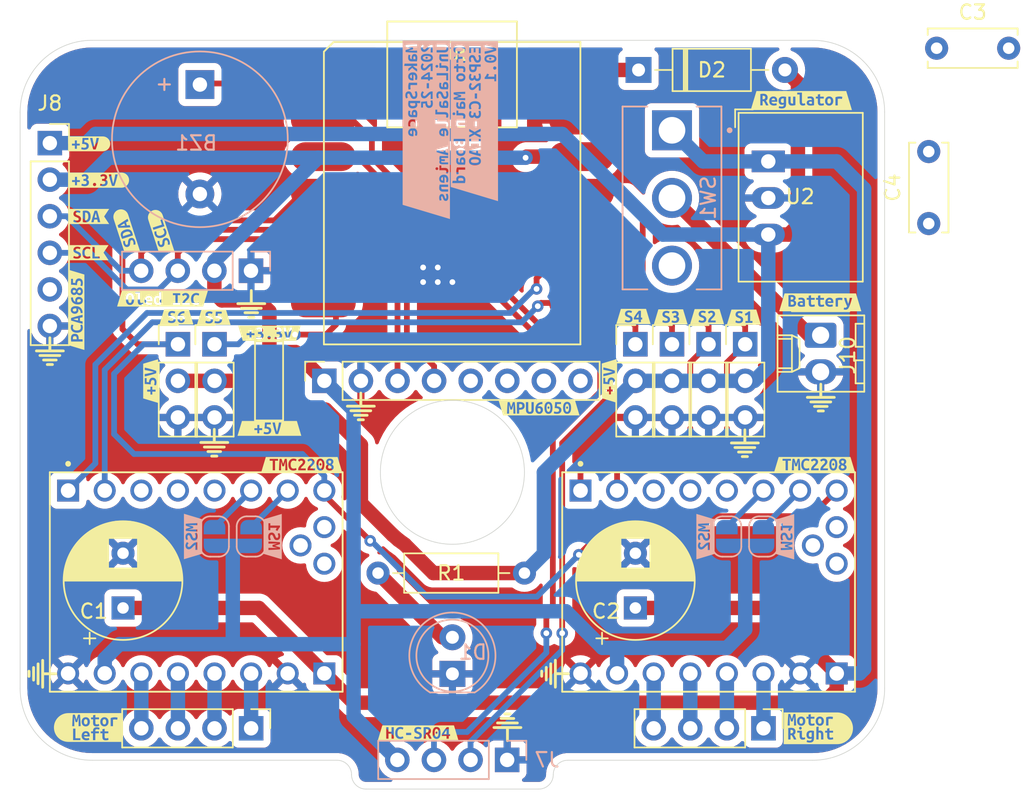
<source format=kicad_pcb>
(kicad_pcb (version 20240108) (generator "pcbnew") (generator_version "8.0")
  (layers (0 "F.Cu" signal "Front") (31 "B.Cu" signal "Back") (34 "B.Paste" user) (35 "F.Paste" user) (36 "B.SilkS" user "B.Silkscreen") (37 "F.SilkS" user "F.Silkscreen") (38 "B.Mask" user) (39 "F.Mask" user) (44 "Edge.Cuts" user))
  (net 0 "")
  (net 1 "GND")
  (net 2 "Net-(D1-A)")
  (net 3 "+5V")
  (net 4 "Buzzer")
  (net 5 "Servo-1")
  (net 6 "Servo-2")
  (net 7 "Servo-3")
  (net 8 "Servo-4")
  (net 9 "Servo-5")
  (net 11 "+3.3V")
  (net 12 "Echo")
  (net 13 "Trig")
  (net 14 "SCL")
  (net 15 "SDA")
  (net 16 "Net-(D2-K)")
  (net 18 "+BATT")
  (net 20 "Net-(J5-Pin_2)")
  (net 21 "Net-(J10-Pin_1)")
  (net 22 "Net-(J9-Pin_2)")
  (net 23 "Net-(J9-Pin_1)")
  (net 24 "Net-(J9-Pin_3)")
  (net 25 "Net-(J9-Pin_4)")
  (net 26 "Net-(J11-Pin_2)")
  (net 27 "Net-(J11-Pin_4)")
  (net 28 "Net-(J11-Pin_1)")
  (net 29 "Net-(J11-Pin_3)")
  (net 30 "Net-(JP3-B)")
  (net 31 "Net-(JP4-B)")
  (net 32 "Net-(JP6-B)")
  (net 33 "Net-(JP7-B)")
  (net 43 "EN-Driver")
  (footprint "Diode_THT:D_A-405_P10.16mm_Horizontal" (layer "F.Cu") (at 142.92 52.06)
    (property "Reference" "D2")
    (property "Value" "D_Schottky")
  )
  (footprint "Jumper:SolderJumper-3_P2.0mm_Open_TrianglePad1.0x1.5mm_NumberLabels" (layer "F.Cu") (at 117.3 73.65 90)
    (property "Reference" "JP1" (hide yes))
    (property "Value" "SolderJumper_3_Open")
  )
  (footprint "kibuzzard-66E45A06" (layer "F.Cu") (at 117.3 70.348)
    (property "Reference" "kibuzzard-66E45A06" (hide yes))
    (property "Value" "G***" (hide yes))
  )
  (footprint "LOGO" (layer "F.Cu") (at 102.062553 71.597801)
    (property "Reference" "G***" (hide yes))
    (property "Value" "LOGO" (hide yes))
  )
  (footprint "LOGO" (layer "F.Cu") (at 150.29655 77.990289)
    (property "Reference" "G***" (hide yes))
    (property "Value" "LOGO" (hide yes))
  )
  (footprint "kibuzzard-66E45C9B" (layer "F.Cu") (at 109.726898 63.332584 108)
    (property "Reference" "kibuzzard-66E45C9B" (hide yes))
    (property "Value" "G***" (hide yes))
  )
  (footprint "kibuzzard-66E45B85" (layer "F.Cu") (at 113.434627 69.245399)
    (property "Reference" "kibuzzard-66E45B85" (hide yes))
    (property "Value" "G***" (hide yes))
  )
  (footprint "kibuzzard-66E45BBF" (layer "F.Cu") (at 105.44779 59.713663)
    (property "Reference" "kibuzzard-66E45BBF" (hide yes))
    (property "Value" "G***" (hide yes))
  )
  (footprint "Connector_PinHeader_2.54mm:PinHeader_1x03_P2.54mm_Vertical" (layer "F.Cu") (at 113.49 71.11)
    (property "Reference" "J5" (hide yes))
    (property "Value" "Conn_01x03")
  )
  (footprint "LOGO" (layer "F.Cu") (at 101.536211 93.994146 -90)
    (property "Reference" "G***" (hide yes))
    (property "Value" "LOGO" (hide yes))
  )
  (footprint "LOGO" (layer "F.Cu") (at 137.1185 93.987645 -90)
    (property "Reference" "G***" (hide yes))
    (property "Value" "LOGO" (hide yes))
  )
  (footprint "Connector_PinSocket_2.54mm:PinSocket_1x06_P2.54mm_Vertical" (layer "F.Cu") (at 102.06 57.14)
    (property "Reference" "J8")
    (property "Value" "PCA9685")
  )
  (footprint "kibuzzard-66E45B4D" (layer "F.Cu") (at 147.675637 69.193623)
    (property "Reference" "kibuzzard-66E45B4D" (hide yes))
    (property "Value" "G***" (hide yes))
  )
  (footprint "kibuzzard-66E45B34" (layer "F.Cu") (at 142.566613 69.177951)
    (property "Reference" "kibuzzard-66E45B34" (hide yes))
    (property "Value" "G***" (hide yes))
  )
  (footprint "kibuzzard-66E45FF5" (layer "F.Cu") (at 155.4 97.78)
    (property "Reference" "kibuzzard-66E45FF5" (hide yes))
    (property "Value" "G***" (hide yes))
  )
  (footprint "kibuzzard-66E45AAF" (layer "F.Cu") (at 155.531875 68.19962)
    (property "Reference" "kibuzzard-66E45AAF" (hide yes))
    (property "Value" "G***" (hide yes))
  )
  (footprint "kibuzzard-66E46157" (layer "F.Cu") (at 127.621966 98.101932)
    (property "Reference" "kibuzzard-66E46157" (hide yes))
    (property "Value" "G***" (hide yes))
  )
  (footprint "Connector_PinHeader_2.54mm:PinHeader_1x03_P2.54mm_Vertical" (layer "F.Cu") (at 142.7 71.11)
    (property "Reference" "J4" (hide yes))
    (property "Value" "Conn_01x03")
  )
  (footprint "Capacitor_THT:C_Disc_D6.0mm_W2.5mm_P5.00mm" (layer "F.Cu") (at 163.608 50.55)
    (property "Reference" "C3")
    (property "Value" "C_Small")
  )
  (footprint "Connector_PinHeader_2.54mm:PinHeader_1x04_P2.54mm_Vertical" (layer "F.Cu") (at 151.59 97.78 -90)
    (property "Reference" "J9" (hide yes))
    (property "Value" "Conn_01x04")
  )
  (footprint "kibuzzard-66E460BA" (layer "F.Cu") (at 103.931947 68.729117 90)
    (property "Reference" "kibuzzard-66E460BA" (hide yes))
    (property "Value" "G***" (hide yes))
  )
  (footprint "Resistor_THT:R_Axial_DIN0207_L6.3mm_D2.5mm_P10.16mm_Horizontal" (layer "F.Cu") (at 135 87 180)
    (property "Reference" "R1")
    (property "Value" "R_Small")
  )
  (footprint "kibuzzard-66E45B47" (layer "F.Cu") (at 145.152469 69.209295)
    (property "Reference" "kibuzzard-66E45B47" (hide yes))
    (property "Value" "G***" (hide yes))
  )
  (footprint "Capacitor_THT:CP_Radial_D8.0mm_P3.80mm" (layer "F.Cu") (at 107.14 89.422651 90)
    (property "Reference" "C1")
    (property "Value" "100uF")
  )
  (footprint "Connector_PinHeader_2.54mm:PinHeader_1x03_P2.54mm_Vertical" (layer "F.Cu") (at 110.95 71.11)
    (property "Reference" "J6" (hide yes))
    (property "Value" "Conn_01x03")
  )
  (footprint "Connector_Molex:Molex_KK-254_AE-6410-02A_1x02_P2.54mm_Vertical" (layer "F.Cu") (at 155.555 70.485 -90)
    (property "Reference" "J10")
    (property "Value" "Conn_01x02")
  )
  (footprint "kibuzzard-66E45B15" (layer "F.Cu") (at 109.054754 73.666074 90)
    (property "Reference" "kibuzzard-66E45B15" (hide yes))
    (property "Value" "G***" (hide yes))
  )
  (footprint "TMC-Step-Stick:MODULE_TMC2208_SILENTSTEPSTICK" (layer "F.Cu") (at 147.78 87.62 90)
    (property "Reference" "U4" (hide yes))
    (property "Value" "TMC2208_SILENTSTEPSTICK")
  )
  (footprint "kibuzzard-66E45E2B" (layer "F.Cu") (at 119.54082 79.464896)
    (property "Reference" "kibuzzard-66E45E2B" (hide yes))
    (property "Value" "G***" (hide yes))
  )
  (footprint "Converter_DCDC:Converter_DCDC_RECOM_R-78E-0.5_THT" (layer "F.Cu") (at 151.9225 58.41 -90)
    (property "Reference" "U2")
    (property "Value" "R-78E5.0-1.0")
  )
  (footprint "Capacitor_THT:CP_Radial_D8.0mm_P3.80mm" (layer "F.Cu") (at 142.7 89.422651 90)
    (property "Reference" "C2")
    (property "Value" "100uF")
  )
  (footprint "TMC-Step-Stick:MODULE_TMC2208_SILENTSTEPSTICK" (layer "F.Cu") (at 112.22 87.62 90)
    (property "Reference" "U3" (hide yes))
    (property "Value" "TMC2208_SILENTSTEPSTICK")
  )
  (footprint "kibuzzard-66E45BE1" (layer "F.Cu") (at 104.79735 62.234395)
    (property "Reference" "kibuzzard-66E45BE1" (hide yes))
    (property "Value" "G***" (hide yes))
  )
  (footprint "LOGO" (layer "F.Cu") (at 155.568034 74.822916)
    (property "Reference" "G***" (hide yes))
    (property "Value" "LOGO" (hide yes))
  )
  (footprint "Connector_PinHeader_2.54mm:PinHeader_1x03_P2.54mm_Vertical" (layer "F.Cu") (at 147.78 71.11)
    (property "Reference" "J2" (hide yes))
    (property "Value" "Conn_01x03")
  )
  (footprint "Connector_PinHeader_2.54mm:PinHeader_1x03_P2.54mm_Vertical" (layer "F.Cu") (at 145.24 71.11)
    (property "Reference" "J3" (hide yes))
    (property "Value" "Conn_01x03")
  )
  (footprint "LOGO" (layer "F.Cu") (at 116.041846 68.316)
    (property "Reference" "G***" (hide yes))
    (property "Value" "LOGO" (hide yes))
  )
  (footprint "kibuzzard-66E45DA3" (layer "F.Cu") (at 154.216683 54.185588)
    (property "Reference" "kibuzzard-66E45DA3" (hide yes))
    (property "Value" "G***" (hide yes))
  )
  (footprint "Connector_PinHeader_2.54mm:PinHeader_1x03_P2.54mm_Vertical" (layer "F.Cu") (at 150.32 71.11)
    (property "Reference" "J1" (hide yes))
    (property "Value" "Conn_01x03")
  )
  (footprint "LOGO" (layer "F.Cu") (at 123.643834 75.435378)
    (property "Reference" "G***" (hide yes))
    (property "Value" "LOGO" (hide yes))
  )
  (footprint "kibuzzard-66E45C62" (layer "F.Cu") (at 107.334328 63.311688 108)
    (property "Reference" "kibuzzard-66E45C62" (hide yes))
    (property "Value" "G***" (hide yes))
  )
  (footprint "xiao ESP32C3_PCB:MOUDLE14P-SMD-2.54-21X17.8MM" (layer "F.Cu") (at 121.0825 71.11925)
    (property "Reference" "U1")
    (property "Value" "MOUDLE-SEEEDUINO-XIAO-ESP32C3")
  )
  (footprint "kibuzzard-66E45BF0" (layer "F.Cu") (at 104.776454 64.748856)
    (property "Reference" "kibuzzard-66E45BF0" (hide yes))
    (property "Value" "G***" (hide yes))
  )
  (footprint "kibuzzard-66E460A4" (layer "F.Cu") (at 109.883338 67.926462)
    (property "Reference" "kibuzzard-66E460A4" (hide yes))
    (property "Value" "G***" (hide yes))
  )
  (footprint "kibuzzard-66E45BAB" (layer "F.Cu") (at 104.789572 57.190494)
    (property "Reference" "kibuzzard-66E45BAB" (hide yes))
    (property "Value" "G***" (hide yes))
  )
  (footprint "kibuzzard-66E45A30" (layer "F.Cu") (at 117.3 76.952)
    (property "Reference" "kibuzzard-66E45A30" (hide yes))
    (property "Value" "G***" (hide yes))
  )
  (footprint "LOGO" (layer "F.Cu") (at 133.820804 97.70164 180)
    (property "Reference" "G***" (hide yes))
    (property "Value" "LOGO" (hide yes))
  )
  (footprint "kibuzzard-66E45B8A" (layer "F.Cu") (at 110.848771 69.214055)
    (property "Reference" "kibuzzard-66E45B8A" (hide yes))
    (property "Value" "G***" (hide yes))
  )
  (footprint "kibuzzard-66E45FFF" (layer "F.Cu") (at 104.68766 97.724053)
    (property "Reference" "kibuzzard-66E45FFF" (hide yes))
    (property "Value" "G***" (hide yes))
  )
  (footprint "kibuzzard-66E460D9" (layer "F.Cu") (at 136.013689 75.525884)
    (property "Reference" "kibuzzard-66E460D9" (hide yes))
    (property "Value" "G***" (hide yes))
  )
  (footprint "Connector_PinSocket_2.54mm:PinSocket_1x08_P2.54mm_Vertical" (layer "F.Cu") (at 121.109999 73.65 90)
    (property "Reference" "J13" (hide yes))
    (property "Value" "MPU6050")
  )
  (footprint "Connector_PinHeader_2.54mm:PinHeader_1x04_P2.54mm_Vertical" (layer "F.Cu") (at 116.03 97.78 -90)
    (property "Reference" "J11" (hide yes))
    (property "Value" "Conn_01x04")
  )
  (footprint "kibuzzard-66E45B51" (layer "F.Cu") (at 150.23015 69.224967)
    (property "Reference" "kibuzzard-66E45B51" (hide yes))
    (property "Value" "G***" (hide yes))
  )
  (footprint "kibuzzard-66E45E2B" (layer "F.Cu") (at 155.135624 79.462547)
    (property "Reference" "kibuzzard-66E45E2B" (hide yes))
    (property "Value" "G***" (hide yes))
  )
  (footprint "kibuzzard-66E45B15" (layer "F.Cu") (at 140.883224 73.65325 90)
    (property "Reference" "kibuzzard-66E45B15" (hide yes))
    (property "Value" "G***" (hide yes))
  )
  (footprint "LOGO" (layer "F.Cu") (at 113.473382 77.95649)
    (property "Reference" "G***" (hide yes))
    (property "Value" "LOGO" (hide yes))
  )
  (footprint "Capacitor_THT:C_Disc_D6.0mm_W2.5mm_P5.00mm" (layer "F.Cu") (at 163.06 62.728 90)
    (property "Reference" "C4")
    (property "Value" "C_Small")
  )
  (footprint "LED_THT:LED_D5.0mm" (layer "B.Cu") (at 130 94 90)
    (property "Reference" "D1")
    (property "Value" "LED_Small")
  )
  (footprint "kibuzzard-66E461B7" (layer "B.Cu") (at 128.187914 56.210136 -90)
    (property "Reference" "kibuzzard-66E461B7" (hide yes))
    (property "Value" "G***" (hide yes))
  )
  (footprint "Connector_PinSocket_2.54mm:PinSocket_1x04_P2.54mm_Vertical" (layer "B.Cu") (at 116.02 66.005 90)
    (property "Reference" "J12" (hide yes))
    (property "Value" "OLED 0,91\" - I2C (SKU21796)")
  )
  (footprint "Connector_PinSocket_2.54mm:PinSocket_1x04_P2.54mm_Vertical" (layer "B.Cu") (at 133.8 99.975 90)
    (property "Reference" "J7")
    (property "Value" "Conn_01x04")
  )
  (footprint "kibuzzard-66E45EDE" (layer "B.Cu") (at 153.088876 84.477639 90)
    (property "Reference" "kibuzzard-66E45EDE" (hide yes))
    (property "Value" "G***" (hide yes))
  )
  (footprint "Jumper:SolderJumper-2_P1.3mm_Open_RoundedPad1.0x1.5mm" (layer "B.Cu") (at 113.49 84.459999 90)
    (property "Reference" "JP4" (hide yes))
    (property "Value" "SolderJumper_2_Open")
  )
  (footprint "kibuzzard-66E462B0" (layer "B.Cu") (at 131.524 55.616 -90)
    (property "Reference" "kibuzzard-66E462B0" (hide yes))
    (property "Value" "G***" (hide yes))
  )
  (footprint "kibuzzard-66E45EDE" (layer "B.Cu") (at 117.524873 84.467589 90)
    (property "Reference" "kibuzzard-66E45EDE" (hide yes))
    (property "Value" "G***" (hide yes))
  )
  (footprint "kibuzzard-66E45EFB" (layer "B.Cu") (at 147.563826 84.468938 -90)
    (property "Reference" "kibuzzard-66E45EFB" (hide yes))
    (property "Value" "G***" (hide yes))
  )
  (footprint "Jumper:SolderJumper-2_P1.3mm_Open_RoundedPad1.0x1.5mm" (layer "B.Cu") (at 116.03 84.459999 90)
    (property "Reference" "JP3" (hide yes))
    (property "Value" "SolderJumper_2_Open")
  )
  (footprint "Jumper:SolderJumper-2_P1.3mm_Open_RoundedPad1.0x1.5mm" (layer "B.Cu") (at 151.59 84.459999 90)
    (property "Reference" "JP6" (hide yes))
    (property "Value" "SolderJumper_2_Open")
  )
  (footprint "Jumper:SolderJumper-2_P1.3mm_Open_RoundedPad1.0x1.5mm" (layer "B.Cu") (at 149.05 84.459999 90)
    (property "Reference" "JP7" (hide yes))
    (property "Value" "SolderJumper_2_Open")
  )
  (footprint "100SP1T1B4M2QE:SW_100SP1T1B4M2QE" (layer "B.Cu") (at 145.24 60.95 180)
    (property "Reference" "SW1")
    (property "Value" "SW_SPDT")
  )
  (footprint "Buzzer_Beeper:Buzzer_12x9.5RM7.6" (layer "B.Cu") (at 112.474 53.076 -90)
    (property "Reference" "BZ1")
    (property "Value" "Buzzer")
  )
  (footprint "kibuzzard-66E45EFB" (layer "B.Cu") (at 111.999823 84.458888 -90)
    (property "Reference" "kibuzzard-66E45EFB" (hide yes))
    (property "Value" "G***" (hide yes))
  )
  (gr_line (start 124 102) (end 136 102) (stroke (width 0.05)) (layer "Edge.Cuts"))
  (gr_line (start 100 95) (end 100 55) (stroke (width 0.05)) (layer "Edge.Cuts"))
  (gr_arc (start 124 102) (mid 123.292893 101.707107) (end 123 101) (stroke (width 0.05)) (layer "Edge.Cuts"))
  (gr_line (start 122 100) (end 105 100) (stroke (width 0.05)) (layer "Edge.Cuts"))
  (gr_arc (start 155 50) (mid 158.535534 51.464466) (end 160 55) (stroke (width 0.05)) (layer "Edge.Cuts"))
  (gr_arc (start 100 55) (mid 101.464466 51.464466) (end 105 50) (stroke (width 0.05)) (layer "Edge.Cuts"))
  (gr_line (start 160 55) (end 160 95) (stroke (width 0.05)) (layer "Edge.Cuts"))
  (gr_line (start 105 50) (end 155 50) (stroke (width 0.05)) (layer "Edge.Cuts"))
  (gr_arc (start 137 101) (mid 137.292893 100.292893) (end 138 100) (stroke (width 0.05)) (layer "Edge.Cuts"))
  (gr_arc (start 137 101) (mid 136.707107 101.707107) (end 136 102) (stroke (width 0.05)) (layer "Edge.Cuts"))
  (gr_circle (center 130 80) (end 130 85) (stroke (width 0.05)) (fill none) (layer "Edge.Cuts"))
  (gr_arc (start 160 95) (mid 158.535534 98.535534) (end 155 100) (stroke (width 0.05)) (layer "Edge.Cuts"))
  (gr_arc (start 105 100) (mid 101.464466 98.535534) (end 100 95) (stroke (width 0.05)) (layer "Edge.Cuts"))
  (gr_arc (start 122 100) (mid 122.707107 100.292893) (end 123 101) (stroke (width 0.05)) (layer "Edge.Cuts"))
  (gr_line (start 138 100) (end 155 100) (stroke (width 0.05)) (layer "Edge.Cuts"))
  (via (at 128.984 66.792) (size 0.8) (drill 0.4) (layers "F.Cu" "B.Cu") (net 1))
  (via (at 128.984 65.776) (size 0.8) (drill 0.4) (layers "F.Cu" "B.Cu") (net 1))
  (via (at 127.968 66.792) (size 0.8) (drill 0.4) (layers "F.Cu" "B.Cu") (net 1))
  (via (at 130 66.792) (size 0.8) (drill 0.4) (layers "F.Cu" "B.Cu") (net 1))
  (via (at 127.968 65.776) (size 0.8) (drill 0.4) (layers "F.Cu" "B.Cu") (net 1))
  (segment (start 130 91.46) (end 129.3 91.46) (width 1) (layer "F.Cu") (net 2))
  (segment (start 129.3 91.46) (end 124.84 87) (width 1) (layer "F.Cu") (net 2))
  (segment (start 123.65 82.14521) (end 123.65 78.095) (width 1) (layer "F.Cu") (net 3))
  (segment (start 121.205 75.65) (end 117.3 75.65) (width 1) (layer "F.Cu") (net 3))
  (segment (start 153.98 52.96) (end 153.08 52.06) (width 1) (layer "F.Cu") (net 3))
  (segment (start 125.847725 84.342935) (end 123.65 82.14521) (width 1) (layer "F.Cu") (net 3))
  (segment (start 151.9225 63.489999) (end 153.345001 63.489999) (width 1) (layer "F.Cu") (net 3))
  (segment (start 153.98 62.855) (end 153.98 52.96) (width 1) (layer "F.Cu") (net 3))
  (segment (start 126.689923 85.014564) (end 126.253744 84.697663) (width 1) (layer "F.Cu") (net 3))
  (segment (start 135 87) (end 128.675359 87) (width 1) (layer "F.Cu") (net 3))
  (segment (start 153.345001 63.489999) (end 153.98 62.855) (width 1) (layer "F.Cu") (net 3))
  (segment (start 123.65 78.095) (end 121.205 75.65) (width 1) (layer "F.Cu") (net 3))
  (segment (start 126.253744 84.697663) (end 125.847725 84.342935) (width 1) (layer "F.Cu") (net 3))
  (segment (start 128.675359 87) (end 126.689923 85.014564) (width 1) (layer "F.Cu") (net 3))
  (segment (start 151.9225 72.6825) (end 150.955 73.65) (width 1) (layer "B.Cu") (net 3))
  (segment (start 136.35 85.65) (end 135 87) (width 1) (layer "B.Cu") (net 3))
  (segment (start 137.62 56.505) (end 144.604999 63.489999) (width 1) (layer "B.Cu") (net 3))
  (segment (start 104.6 57.14) (end 105.235 56.505) (width 1) (layer "B.Cu") (net 3))
  (segment (start 145.24 73.65) (end 147.78 73.65) (width 1) (layer "B.Cu") (net 3))
  (segment (start 151.9225 63.489999) (end 151.9225 72.6825) (width 1) (layer "B.Cu") (net 3))
  (segment (start 144.604999 63.489999) (end 151.9225 63.489999) (width 1) (layer "B.Cu") (net 3))
  (segment (start 150.955 73.65) (end 150.32 73.65) (width 1) (layer "B.Cu") (net 3))
  (segment (start 102.06 57.14) (end 104.6 57.14) (width 1) (layer "B.Cu") (net 3))
  (segment (start 142.7 73.65) (end 145.24 73.65) (width 1) (layer "B.Cu") (net 3))
  (segment (start 150.32 73.65) (end 147.78 73.65) (width 1) (layer "B.Cu") (net 3))
  (segment (start 142.7 73.65) (end 136.35 80) (width 1) (layer "B.Cu") (net 3))
  (segment (start 105.235 56.505) (end 137.62 56.505) (width 1) (layer "B.Cu") (net 3))
  (segment (start 136.35 80) (end 136.35 85.65) (width 1) (layer "B.Cu") (net 3))
  (segment (start 112.55075 52.99925) (end 112.474 53.076) (width 0.4) (layer "F.Cu") (net 4))
  (segment (start 121.9175 52.99925) (end 112.55075 52.99925) (width 0.4) (layer "F.Cu") (net 4))
  (segment (start 142.446 78.984) (end 148.288 78.984) (width 0.4) (layer "F.Cu") (net 5))
  (segment (start 143.208 67.508762) (end 143.208 61.712) (width 0.4) (layer "F.Cu") (net 5))
  (segment (start 149.05 73.142) (end 149.05 76.952) (width 0.2) (layer "F.Cu") (net 5))
  (segment (start 149.05 78.222) (end 149.05 76.952) (width 0.4) (layer "F.Cu") (net 5))
  (segment (start 149.05 72.38) (end 149.05 73.142) (width 0.4) (layer "F.Cu") (net 5))
  (segment (start 150.32 71.11) (end 150.32 69.84) (width 0.4) (layer "F.Cu") (net 5))
  (segment (start 141.43 81.27) (end 141.43 80) (width 0.4) (layer "F.Cu") (net 5))
  (segment (start 143.604238 67.905) (end 143.208 67.508762) (width 0.4) (layer "F.Cu") (net 5))
  (segment (start 148.385 67.905) (end 143.604238 67.905) (width 0.4) (layer "F.Cu") (net 5))
  (segment (start 143.208 61.712) (end 142.11525 60.61925) (width 0.4) (layer "F.Cu") (net 5))
  (segment (start 138.0825 60.61925) (end 138.0825 60.878986) (width 0.2) (layer "F.Cu") (net 5))
  (segment (start 150.32 69.84) (end 148.385 67.905) (width 0.4) (layer "F.Cu") (net 5))
  (segment (start 148.288 78.984) (end 149.05 78.222) (width 0.4) (layer "F.Cu") (net 5))
  (segment (start 142.11525 60.61925) (end 138.0825 60.61925) (width 0.4) (layer "F.Cu") (net 5))
  (segment (start 150.32 71.11) (end 149.05 72.38) (width 0.4) (layer "F.Cu") (net 5))
  (segment (start 141.43 80) (end 142.446 78.984) (width 0.4) (layer "F.Cu") (net 5))
  (segment (start 146.495 68.555) (end 143.335 68.555) (width 0.4) (layer "F.Cu") (net 6))
  (segment (start 146.51 73.142) (end 146.51 72.38) (width 0.4) (layer "F.Cu") (net 6))
  (segment (start 147.78 71.11) (end 147.78 69.84) (width 0.4) (layer "F.Cu") (net 6))
  (segment (start 140.556 78.334) (end 145.89 78.334) (width 0.4) (layer "F.Cu") (net 6))
  (segment (start 146.51 73.142) (end 146.51 76.952) (width 0.2) (layer "F.Cu") (net 6))
  (segment (start 138.89 81.27) (end 138.89 80) (width 0.4) (layer "F.Cu") (net 6))
  (segment (start 141.437083 63.15925) (end 138.0825 63.15925) (width 0.4) (layer "F.Cu") (net 6))
  (segment (start 142.554023 64.27619) (end 141.437083 63.15925) (width 0.4) (layer "F.Cu") (net 6))
  (segment (start 145.89 78.334) (end 146.51 77.714) (width 0.4) (layer "F.Cu") (net 6))
  (segment (start 142.554023 67.774023) (end 142.554023 64.27619) (width 0.4) (layer "F.Cu") (net 6))
  (segment (start 146.51 77.714) (end 146.51 76.952) (width 0.4) (layer "F.Cu") (net 6))
  (segment (start 146.51 72.38) (end 147.78 71.11) (width 0.4) (layer "F.Cu") (net 6))
  (segment (start 143.335 68.555) (end 142.554023 67.774023) (width 0.4) (layer "F.Cu") (net 6))
  (segment (start 147.78 69.84) (end 146.495 68.555) (width 0.4) (layer "F.Cu") (net 6))
  (segment (start 147.54 71.11) (end 147.78 71.11) (width 0.4) (layer "F.Cu") (net 6))
  (segment (start 138.89 80) (end 140.556 78.334) (width 0.4) (layer "F.Cu") (net 6))
  (segment (start 136.68075 65.69925) (end 138.0825 65.69925) (width 0.4) (layer "F.Cu") (net 7))
  (segment (start 142.984238 69.205) (end 144.605 69.205) (width 0.4) (layer "F.Cu") (net 7))
  (segment (start 145.24 69.84) (end 145.24 71.11) (width 0.4) (layer "F.Cu") (net 7))
  (segment (start 141.27943 65.69925) (end 141.904023 66.323843) (width 0.4) (layer "F.Cu") (net 7))
  (segment (start 135.842 67.265997) (end 135.842 66.538) (width 0.4) (layer "F.Cu") (net 7))
  (segment (start 141.904023 66.323843) (end 141.904023 68.124785) (width 0.4) (layer "F.Cu") (net 7))
  (segment (start 141.904023 68.124785) (end 142.984238 69.205) (width 0.4) (layer "F.Cu") (net 7))
  (segment (start 135.842 66.538) (end 136.68075 65.69925) (width 0.4) (layer "F.Cu") (net 7))
  (segment (start 144.605 69.205) (end 145.24 69.84) (width 0.4) (layer "F.Cu") (net 7))
  (segment (start 138.0825 65.69925) (end 141.27943 65.69925) (width 0.4) (layer "F.Cu") (net 7))
  (via (at 135.842 67.265997) (size 0.8) (drill 0.4) (layers "F.Cu" "B.Cu") (net 7))
  (segment (start 135.842 67.265997) (end 135.689921 67.265997) (width 0.4) (layer "B.Cu") (net 7))
  (segment (start 135.689921 67.265997) (end 134.019918 68.936) (width 0.4) (layer "B.Cu") (net 7))
  (segment (start 108.806 68.936) (end 105.22 72.522) (width 0.4) (layer "B.Cu") (net 7))
  (segment (start 105.22 72.522) (end 105.22 79.38) (width 0.4) (layer "B.Cu") (net 7))
  (segment (start 105.22 79.38) (end 103.33 81.27) (width 0.4) (layer "B.Cu") (net 7))
  (segment (start 134.019918 68.936) (end 108.806 68.936) (width 0.4) (layer "B.Cu") (net 7))
  (segment (start 142.7 69.84) (end 142.7 71.11) (width 0.4) (layer "F.Cu") (net 8))
  (segment (start 141.09925 68.23925) (end 142.7 69.84) (width 0.4) (layer "F.Cu") (net 8))
  (segment (start 136.14987 68.23925) (end 138.0825 68.23925) (width 0.4) (layer "F.Cu") (net 8))
  (segment (start 138.0825 68.23925) (end 141.09925 68.23925) (width 0.4) (layer "F.Cu") (net 8))
  (segment (start 135.923601 68.465519) (end 136.14987 68.23925) (width 0.4) (layer "F.Cu") (net 8))
  (via (at 135.923601 68.465519) (size 0.8) (drill 0.4) (layers "F.Cu" "B.Cu") (net 8))
  (segment (start 105.87 72.888) (end 105.87 81.27) (width 0.4) (layer "B.Cu") (net 8))
  (segment (start 134.80312 69.586) (end 109.172 69.586) (width 0.4) (layer "B.Cu") (net 8))
  (segment (start 135.923601 68.465519) (end 134.80312 69.586) (width 0.4) (layer "B.Cu") (net 8))
  (segment (start 109.172 69.586) (end 105.87 72.888) (width 0.4) (layer "B.Cu") (net 8))
  (segment (start 121.2305 70.436) (end 121.9175 69.749) (width 0.4) (layer "F.Cu") (net 9))
  (segment (start 119.078 70.436) (end 121.2305 70.436) (width 0.4) (layer "F.Cu") (net 9))
  (segment (start 121.9175 69.749) (end 121.9175 68.23925) (width 0.4) (layer "F.Cu") (net 9))
  (via (at 119.078 70.436) (size 0.8) (drill 0.4) (layers "F.Cu" "B.Cu") (net 9))
  (segment (start 119.078 70.436) (end 115.815 70.436) (width 0.4) (layer "B.Cu") (net 9))
  (segment (start 115.815 70.436) (end 115.141 71.11) (width 0.4) (layer "B.Cu") (net 9))
  (segment (start 115.141 71.11) (end 113.49 71.11) (width 0.4) (layer "B.Cu") (net 9))
  (segment (start 121.109999 73.65) (end 119.109999 71.65) (width 1) (layer "F.Cu") (net 11))
  (segment (start 113.48 67.544) (end 113.48 66.005) (width 1) (layer "F.Cu") (net 11))
  (segment (start 135.08 58.156) (end 135.15675 58.07925) (width 1) (layer "F.Cu") (net 11))
  (segment (start 116.538 68.062) (end 113.998 68.062) (width 1) (layer "F.Cu") (net 11))
  (segment (start 113.998 68.062) (end 113.48 67.544) (width 1) (layer "F.Cu") (net 11))
  (segment (start 135.15675 58.07925) (end 138.0825 58.07925) (width 1) (layer "F.Cu") (net 11))
  (segment (start 117.3 68.824) (end 116.538 68.062) (width 1) (layer "F.Cu") (net 11))
  (segment (start 119.109999 71.65) (end 117.3 71.65) (width 1) (layer "F.Cu") (net 11))
  (segment (start 117.3 71.65) (end 117.3 68.824) (width 1) (layer "F.Cu") (net 11))
  (via (at 135.08 58.156) (size 0.8) (drill 0.4) (layers "F.Cu" "B.Cu") (net 11))
  (segment (start 123.142 96.937) (end 123.142 91.938) (width 1) (layer "B.Cu") (net 11))
  (segment (start 141.43 92.192) (end 141.43 93.97) (width 1) (layer "B.Cu") (net 11))
  (segment (start 126.18 99.975) (end 123.142 96.937) (width 1) (layer "B.Cu") (net 11))
  (segment (start 123.142 89.652) (end 123.142 75.682001) (width 1) (layer "B.Cu") (net 11))
  (segment (start 135.08 58.156) (end 120.669 58.156) (width 1) (layer "B.Cu") (net 11))
  (segment (start 142.446 92.192) (end 140.414 92.192) (width 1) (layer "B.Cu") (net 11))
  (segment (start 150.32 85.109998) (end 150.32 90.922) (width 1) (layer "B.Cu") (net 11))
  (segment (start 113.48 65.345) (end 113.48 66.005) (width 1) (layer "B.Cu") (net 11))
  (segment (start 105.87 92.954) (end 105.87 93.97) (width 1) (layer "B.Cu") (net 11))
  (segment (start 104.6 59.68) (end 106.124 58.156) (width 1) (layer "B.Cu") (net 11))
  (segment (start 140.414 92.192) (end 137.874 89.652) (width 1) (layer "B.Cu") (net 11))
  (segment (start 106.124 58.156) (end 120.669 58.156) (width 1) (layer "B.Cu") (net 11))
  (segment (start 119.7465 59.0785) (end 113.48 65.345) (width 1) (layer "B.Cu") (net 11))
  (segment (start 120.669 58.156) (end 119.7465 59.0785) (width 1) (layer "B.Cu") (net 11))
  (segment (start 149.05 85.109998) (end 150.32 85.109998) (width 1) (layer "B.Cu") (net 11))
  (segment (start 114.76 85.109998) (end 116.03 85.109998) (width 1) (layer "B.Cu") (net 11))
  (segment (start 114.76 91.938) (end 106.886 91.938) (width 1) (layer "B.Cu") (net 11))
  (segment (start 102.06 59.68) (end 104.6 59.68) (width 1) (layer "B.Cu") (net 11))
  (segment (start 123.142 91.938) (end 123.142 89.652) (width 1) (layer "B.Cu") (net 11))
  (segment (start 114.76 91.938) (end 114.76 85.109998) (width 1) (layer "B.Cu") (net 11))
  (segment (start 149.05 92.192) (end 142.446 92.192) (width 1) (layer "B.Cu") (net 11))
  (segment (start 137.874 89.652) (end 123.142 89.652) (width 1) (layer "B.Cu") (net 11))
  (segment (start 106.886 91.938) (end 105.87 92.954) (width 1) (layer "B.Cu") (net 11))
  (segment (start 113.48 66.02) (end 113.48 66.005) (width 0.2) (layer "B.Cu") (net 11))
  (segment (start 123.142 91.938) (end 114.76 91.938) (width 1) (layer "B.Cu") (net 11))
  (segment (start 142.446 92.192) (end 141.43 92.192) (width 1) (layer "B.Cu") (net 11))
  (segment (start 123.142 75.682001) (end 121.109999 73.65) (width 1) (layer "B.Cu") (net 11))
  (segment (start 150.32 85.109998) (end 151.59 85.109998) (width 1) (layer "B.Cu") (net 11))
  (segment (start 150.32 90.922) (end 149.05 92.192) (width 1) (layer "B.Cu") (net 11))
  (segment (start 114.76 85.109998) (end 113.49 85.109998) (width 1) (layer "B.Cu") (net 11))
  (segment (start 136.096 69.84) (end 124.412 58.156) (width 0.4) (layer "F.Cu") (net 12))
  (segment (start 123.06525 55.53925) (end 121.9175 55.53925) (width 0.4) (layer "F.Cu") (net 12))
  (segment (start 137.62 77.968) (end 140.922 74.666) (width 0.4) (layer "F.Cu") (net 12))
  (segment (start 140.922 74.666) (end 140.922 71.11) (width 0.4) (layer "F.Cu") (net 12))
  (segment (start 124.412 56.886) (end 123.06525 55.53925) (width 0.4) (layer "F.Cu") (net 12))
  (segment (start 124.412 58.156) (end 124.412 56.886) (width 0.4) (layer "F.Cu") (net 12))
  (segment (start 139.652 69.84) (end 136.096 69.84) (width 0.4) (layer "F.Cu") (net 12))
  (segment (start 140.922 71.11) (end 139.652 69.84) (width 0.4) (layer "F.Cu") (net 12))
  (segment (start 137.62 91.176) (end 137.62 77.968) (width 0.4) (layer "F.Cu") (net 12))
  (via (at 137.62 91.176) (size 0.8) (drill 0.4) (layers "F.Cu" "B.Cu") (net 12))
  (segment (start 131.26 98.709238) (end 131.26 99.975) (width 0.4) (layer "B.Cu") (net 12))
  (segment (start 137.62 92.349238) (end 131.26 98.709238) (width 0.4) (layer "B.Cu") (net 12))
  (segment (start 137.62 91.176) (end 137.62 92.349238) (width 0.4) (layer "B.Cu") (net 12))
  (segment (start 136.97 77.698762) (end 136.97 89.652) (width 0.4) (layer "F.Cu") (net 13))
  (segment (start 123.416012 58.07925) (end 135.826762 70.49) (width 0.4) (layer "F.Cu") (net 13))
  (segment (start 140.256762 74.412) (end 136.97 77.698762) (width 0.4) (layer "F.Cu") (net 13))
  (segment (start 121.9175 58.07925) (end 123.416012 58.07925) (width 0.4) (layer "F.Cu") (net 13))
  (segment (start 135.826762 70.49) (end 139.382762 70.49) (width 0.4) (layer "F.Cu") (net 13))
  (segment (start 139.382762 70.49) (end 140.256762 71.364) (width 0.4) (layer "F.Cu") (net 13))
  (segment (start 136.520299 90.101701) (end 136.520299 91.176) (width 0.4) (layer "F.Cu") (net 13))
  (segment (start 140.256762 71.364) (end 140.256762 74.412) (width 0.4) (layer "F.Cu") (net 13))
  (segment (start 136.97 89.652) (end 136.520299 90.101701) (width 0.4) (layer "F.Cu") (net 13))
  (via (at 136.520299 91.176) (size 0.8) (drill 0.4) (layers "F.Cu" "B.Cu") (net 13))
  (segment (start 136.520299 91.176) (end 136.520299 92.529701) (width 0.4) (layer "B.Cu") (net 13))
  (segment (start 128.72 98.552) (end 128.72 99.975) (width 0.4) (layer "B.Cu") (net 13))
  (segment (start 136.520299 92.529701) (end 131.016 98.034) (width 0.4) (layer "B.Cu") (net 13))
  (segment (start 131.016 98.034) (end 129.238 98.034) (width 0.4) (layer "B.Cu") (net 13))
  (segment (start 129.238 98.034) (end 128.72 98.552) (width 0.4) (layer "B.Cu") (net 13))
  (segment (start 121.9175 65.69925) (end 119.50925 65.69925) (width 0.4) (layer "F.Cu") (net 14))
  (segment (start 125.09725 65.69925) (end 126.189998 66.791998) (width 0.4) (layer "F.Cu") (net 14))
  (segment (start 119.50925 65.69925) (end 117.61925 63.80925) (width 0.4) (layer "F.Cu") (net 14))
  (segment (start 121.9175 65.69925) (end 125.09725 65.69925) (width 0.4) (layer "F.Cu") (net 14))
  (segment (start 117.61925 63.80925) (end 111.90075 63.80925) (width 0.4) (layer "F.Cu") (net 14))
  (segment (start 126.189998 66.791998) (end 126.189998 73.65) (width 0.4) (layer "F.Cu") (net 14))
  (segment (start 110.940001 64.769999) (end 110.940001 66.005) (width 0.4) (layer "F.Cu") (net 14))
  (segment (start 111.90075 63.80925) (end 110.940001 64.769999) (width 0.4) (layer "F.Cu") (net 14))
  (segment (start 104.854 64.76) (end 107.399 67.305) (width 0.4) (layer "B.Cu") (net 14))
  (segment (start 109.640001 67.305) (end 110.940001 66.005) (width 0.4) (layer "B.Cu") (net 14))
  (segment (start 107.399 67.305) (end 109.640001 67.305) (width 0.4) (layer "B.Cu") (net 14))
  (segment (start 102.06 64.76) (end 104.854 64.76) (width 0.4) (layer "B.Cu") (net 14))
  (segment (start 121.9175 63.15925) (end 110.01075 63.15925) (width 0.4) (layer "F.Cu") (net 15))
  (segment (start 126.839998 70.743998) (end 128.729999 72.633999) (width 0.4) (layer "F.Cu") (net 15))
  (segment (start 126.839998 66.425998) (end 126.839998 70.743998) (width 0.4) (layer "F.Cu") (net 15))
  (segment (start 121.9175 63.15925) (end 123.57325 63.15925) (width 0.4) (layer "F.Cu") (net 15))
  (segment (start 128.729999 72.633999) (end 128.729999 73.65) (width 0.4) (layer "F.Cu") (net 15))
  (segment (start 123.57325 63.15925) (end 126.839998 66.425998) (width 0.4) (layer "F.Cu") (net 15))
  (segment (start 110.01075 63.15925) (end 108.4 64.77) (width 0.4) (layer "F.Cu") (net 15))
  (segment (start 108.4 64.77) (end 108.4 66.005) (width 0.4) (layer "F.Cu") (net 15))
  (segment (start 103.233238 62.22) (end 107.018238 66.005) (width 0.4) (layer "B.Cu") (net 15))
  (segment (start 102.06 62.22) (end 103.233238 62.22) (width 0.4) (layer "B.Cu") (net 15))
  (segment (start 107.018238 66.005) (end 108.4 66.005) (width 0.4) (layer "B.Cu") (net 15))
  (segment (start 142.92 52.06) (end 139.02175 52.06) (width 1) (layer "F.Cu") (net 16))
  (segment (start 139.02175 52.06) (end 138.0825 52.99925) (width 1) (layer "F.Cu") (net 16))
  (segment (start 123.142 96.002) (end 155.781 96.002) (width 1) (layer "F.Cu") (net 18))
  (segment (start 142.7 89.422651) (end 152.122651 89.422651) (width 1) (layer "F.Cu") (net 18))
  (segment (start 155.781 96.002) (end 156.67 95.113) (width 1) (layer "F.Cu") (net 18))
  (segment (start 156.67 95.113) (end 156.67 93.97) (width 1) (layer "F.Cu") (net 18))
  (segment (start 121.11 93.97) (end 123.142 96.002) (width 1) (layer "F.Cu") (net 18))
  (segment (start 107.14 89.422651) (end 116.562651 89.422651) (width 1) (layer "F.Cu") (net 18))
  (segment (start 116.562651 89.422651) (end 121.11 93.97) (width 1) (layer "F.Cu") (net 18))
  (segment (start 152.122651 89.422651) (end 156.67 93.97) (width 1) (layer "F.Cu") (net 18))
  (segment (start 151.9225 58.41) (end 147.4 58.41) (width 1) (layer "B.Cu") (net 18))
  (segment (start 158.575 93.6525) (end 158.2575 93.97) (width 1) (layer "B.Cu") (net 18))
  (segment (start 158.2575 93.97) (end 156.67 93.97) (width 1) (layer "B.Cu") (net 18))
  (segment (start 156.67 58.41) (end 158.575 60.315) (width 1) (layer "B.Cu") (net 18))
  (segment (start 147.4 58.41) (end 145.24 56.25) (width 1) (layer "B.Cu") (net 18))
  (segment (start 151.9225 58.41) (end 156.67 58.41) (width 1) (layer "B.Cu") (net 18))
  (segment (start 158.575 60.315) (end 158.575 93.6525) (width 1) (layer "B.Cu") (net 18))
  (segment (start 110.95 73.65) (end 113.49 73.65) (width 1) (layer "F.Cu") (net 20))
  (segment (start 113.49 73.65) (end 117.3 73.65) (width 1) (layer "F.Cu") (net 20))
  (segment (start 155.555 70.485) (end 154.775 70.485) (width 1) (layer "F.Cu") (net 21))
  (segment (start 154.775 70.485) (end 145.24 60.95) (width 1) (layer "F.Cu") (net 21))
  (segment (start 149.050001 93.97) (end 149.050001 97.779999) (width 1) (layer "B.Cu") (net 22))
  (segment (start 149.050001 97.779999) (end 149.05 97.78) (width 1) (layer "B.Cu") (net 22))
  (segment (start 151.59 93.97) (end 151.59 97.78) (width 1) (layer "B.Cu") (net 23))
  (segment (start 146.509999 97.779998) (end 146.510001 97.78) (width 1) (layer "B.Cu") (net 24))
  (segment (start 146.509999 93.97) (end 146.509999 97.779998) (width 1) (layer "B.Cu") (net 24))
  (segment (start 143.97 93.97) (end 143.97 97.78) (width 1) (layer "B.Cu") (net 25))
  (segment (start 113.490001 97.779999) (end 113.49 97.78) (width 1) (layer "B.Cu") (net 26))
  (segment (start 113.490001 93.97) (end 113.490001 97.779999) (width 1) (layer "B.Cu") (net 26))
  (segment (start 108.41 93.97) (end 108.41 97.78) (width 1) (layer "B.Cu") (net 27))
  (segment (start 116.03 93.97) (end 116.03 97.78) (width 1) (layer "B.Cu") (net 28))
  (segment (start 110.949999 97.779998) (end 110.950001 97.78) (width 1) (layer "B.Cu") (net 29))
  (segment (start 110.949999 93.97) (end 110.949999 97.779998) (width 1) (layer "B.Cu") (net 29))
  (segment (start 118.57 81.27) (end 116.03 83.81) (width 0.4) (layer "B.Cu") (net 30))
  (segment (start 116.03 81.27) (end 113.49 83.81) (width 0.4) (layer "B.Cu") (net 31))
  (segment (start 154.13 81.27) (end 151.59 83.81) (width 0.4) (layer "B.Cu") (net 32))
  (segment (start 151.59 81.27) (end 149.05 83.81) (width 0.4) (layer "B.Cu") (net 33))
  (segment (start 138.775942 85.727942) (end 138.775942 85.727941) (width 0.4) (layer "F.Cu") (net 43))
  (segment (start 138.775942 85.727941) (end 141.455883 83.048) (width 0.4) (layer "F.Cu") (net 43))
  (segment (start 121.9175 60.61925) (end 119.53575 60.61925) (width 0.4) (layer "F.Cu") (net 43))
  (segment (start 141.455883 83.048) (end 154.892 83.048) (width 0.4) (layer "F.Cu") (net 43))
  (segment (start 117.64575 62.50925) (end 108.62875 62.50925) (width 0.4) (layer "F.Cu") (net 43))
  (segment (start 119.53575 60.61925) (end 117.64575 62.50925) (width 0.4) (layer "F.Cu") (net 43))
  (segment (start 108.156 71.11) (end 110.95 71.11) (width 0.4) (layer "F.Cu") (net 43))
  (segment (start 107.1 70.054) (end 108.156 71.11) (width 0.4) (layer "F.Cu") (net 43))
  (segment (start 154.892 83.048) (end 156.67 81.27) (width 0.4) (layer "F.Cu") (net 43))
  (segment (start 108.62875 62.50925) (end 107.1 64.038) (width 0.4) (layer "F.Cu") (net 43))
  (segment (start 124.292 84.759) (end 121.11 81.577) (width 0.4) (layer "F.Cu") (net 43))
  (segment (start 121.11 81.577) (end 121.11 81.27) (width 0.4) (layer "F.Cu") (net 43))
  (segment (start 107.1 64.038) (end 107.1 70.054) (width 0.4) (layer "F.Cu") (net 43))
  (via (at 138.775942 85.727942) (size 0.8) (drill 0.4) (layers "F.Cu" "B.Cu") (net 43))
  (via (at 124.292 84.759) (size 0.8) (drill 0.4) (layers "F.Cu" "B.Cu") (net 43))
  (segment (start 106.52 73.157238) (end 108.567238 71.11) (width 0.4) (layer "B.Cu") (net 43))
  (segment (start 124.366767 84.759) (end 124.292 84.759) (width 0.4) (layer "B.Cu") (net 43))
  (segment (start 138.775941 85.727942) (end 135.867883 88.636) (width 0.4) (layer "B.Cu") (net 43))
  (segment (start 119.586 78.73) (end 107.902 78.73) (width 0.4) (layer "B.Cu") (net 43))
  (segment (start 108.567238 71.11) (end 110.95 71.11) (width 0.4) (layer "B.Cu") (net 43))
  (segment (start 138.775942 85.727942) (end 138.775941 85.727942) (width 0.4) (layer "B.Cu") (net 43))
  (segment (start 121.11 80.254) (end 119.586 78.73) (width 0.4) (layer "B.Cu") (net 43))
  (segment (start 107.902 78.73) (end 106.52 77.348) (width 0.4) (layer "B.Cu") (net 43))
  (segment (start 121.11 81.27) (end 121.11 80.254) (width 0.4) (layer "B.Cu") (net 43))
  (segment (start 106.52 77.348) (end 106.52 73.157238) (width 0.4) (layer "B.Cu") (net 43))
  (segment (start 135.867883 88.636) (end 128.243767 88.636) (width 0.4) (layer "B.Cu") (net 43))
  (segment (start 128.243767 88.636) (end 124.366767 84.759) (width 0.4) (layer "B.Cu") (net 43))
  (zone (net 1) (net_name "GND") (layers "F&B.Cu") (connect_pads (clearance 0.5)) (min_thickness 0.25) (fill yes (thermal_gap 0.5) (thermal_bridge_width 0.5))
    (polygon (pts (xy 99 49) (xy 161 49) (xy 161 103) (xy 99 103)))
  )
)
</source>
